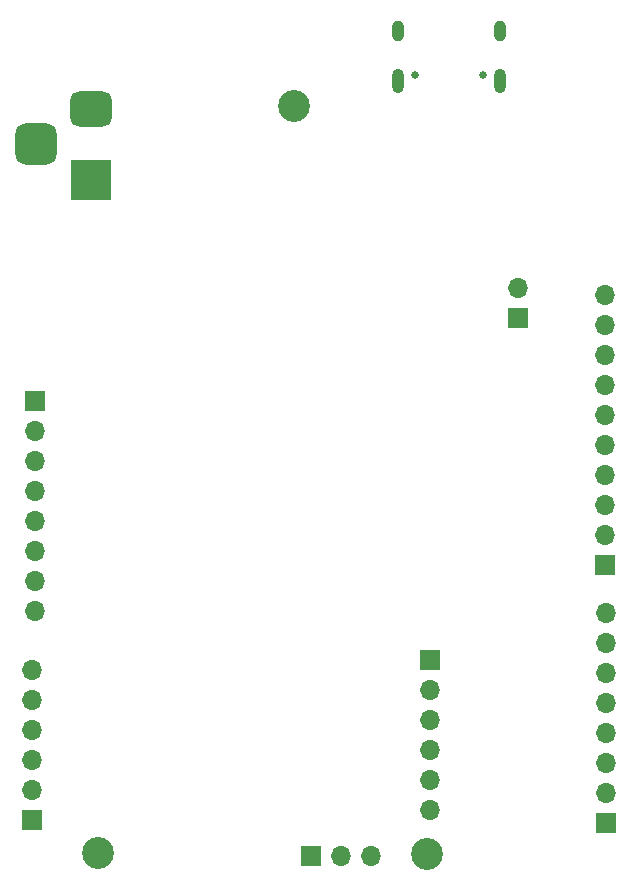
<source format=gbr>
%TF.GenerationSoftware,KiCad,Pcbnew,7.0.10*%
%TF.CreationDate,2024-02-09T23:31:33+05:30*%
%TF.ProjectId,rp2040-basic-m1,72703230-3430-42d6-9261-7369632d6d31,V2.2.1*%
%TF.SameCoordinates,Original*%
%TF.FileFunction,Soldermask,Bot*%
%TF.FilePolarity,Negative*%
%FSLAX46Y46*%
G04 Gerber Fmt 4.6, Leading zero omitted, Abs format (unit mm)*
G04 Created by KiCad (PCBNEW 7.0.10) date 2024-02-09 23:31:33*
%MOMM*%
%LPD*%
G01*
G04 APERTURE LIST*
G04 Aperture macros list*
%AMRoundRect*
0 Rectangle with rounded corners*
0 $1 Rounding radius*
0 $2 $3 $4 $5 $6 $7 $8 $9 X,Y pos of 4 corners*
0 Add a 4 corners polygon primitive as box body*
4,1,4,$2,$3,$4,$5,$6,$7,$8,$9,$2,$3,0*
0 Add four circle primitives for the rounded corners*
1,1,$1+$1,$2,$3*
1,1,$1+$1,$4,$5*
1,1,$1+$1,$6,$7*
1,1,$1+$1,$8,$9*
0 Add four rect primitives between the rounded corners*
20,1,$1+$1,$2,$3,$4,$5,0*
20,1,$1+$1,$4,$5,$6,$7,0*
20,1,$1+$1,$6,$7,$8,$9,0*
20,1,$1+$1,$8,$9,$2,$3,0*%
G04 Aperture macros list end*
%ADD10R,1.700000X1.700000*%
%ADD11O,1.700000X1.700000*%
%ADD12C,2.700000*%
%ADD13C,0.650000*%
%ADD14O,1.000000X2.100000*%
%ADD15O,1.000000X1.800000*%
%ADD16R,3.500000X3.500000*%
%ADD17RoundRect,0.750000X-1.000000X0.750000X-1.000000X-0.750000X1.000000X-0.750000X1.000000X0.750000X0*%
%ADD18RoundRect,0.875000X-0.875000X0.875000X-0.875000X-0.875000X0.875000X-0.875000X0.875000X0.875000X0*%
G04 APERTURE END LIST*
D10*
%TO.C,J7*%
X107850000Y-71680500D03*
D11*
X107850000Y-74220500D03*
X107850000Y-76760500D03*
X107850000Y-79300500D03*
X107850000Y-81840500D03*
X107850000Y-84380500D03*
%TD*%
D12*
%TO.C,REF\u002A\u002A*%
X96370000Y-24760500D03*
%TD*%
D10*
%TO.C,J5*%
X74200000Y-85200000D03*
D11*
X74200000Y-82660000D03*
X74200000Y-80120000D03*
X74200000Y-77580000D03*
X74200000Y-75040000D03*
X74200000Y-72500000D03*
%TD*%
D10*
%TO.C,J6*%
X74400000Y-49690500D03*
D11*
X74400000Y-52230500D03*
X74400000Y-54770500D03*
X74400000Y-57310500D03*
X74400000Y-59850500D03*
X74400000Y-62390500D03*
X74400000Y-64930500D03*
X74400000Y-67470500D03*
%TD*%
D10*
%TO.C,J3*%
X122720000Y-63620500D03*
D11*
X122720000Y-61080500D03*
X122720000Y-58540500D03*
X122720000Y-56000500D03*
X122720000Y-53460500D03*
X122720000Y-50920500D03*
X122720000Y-48380500D03*
X122720000Y-45840500D03*
X122720000Y-43300500D03*
X122720000Y-40760500D03*
%TD*%
D10*
%TO.C,J10*%
X115350000Y-42695000D03*
D11*
X115350000Y-40155000D03*
%TD*%
D13*
%TO.C,J1*%
X112365000Y-22090500D03*
X106585000Y-22090500D03*
D14*
X113795000Y-22610500D03*
D15*
X113795000Y-18410500D03*
D14*
X105155000Y-22610500D03*
D15*
X105155000Y-18410500D03*
%TD*%
D10*
%TO.C,J4*%
X122775000Y-85480000D03*
D11*
X122775000Y-82940000D03*
X122775000Y-80400000D03*
X122775000Y-77860000D03*
X122775000Y-75320000D03*
X122775000Y-72780000D03*
X122775000Y-70240000D03*
X122775000Y-67700000D03*
%TD*%
D16*
%TO.C,J9*%
X79198000Y-30992500D03*
D17*
X79198000Y-24992500D03*
D18*
X74498000Y-27992500D03*
%TD*%
D10*
%TO.C,J8*%
X97820000Y-88200000D03*
D11*
X100360000Y-88200000D03*
X102900000Y-88200000D03*
%TD*%
D12*
%TO.C,REF\u002A\u002A*%
X107630000Y-88050500D03*
%TD*%
%TO.C,REF\u002A\u002A*%
X79800000Y-87950000D03*
%TD*%
M02*

</source>
